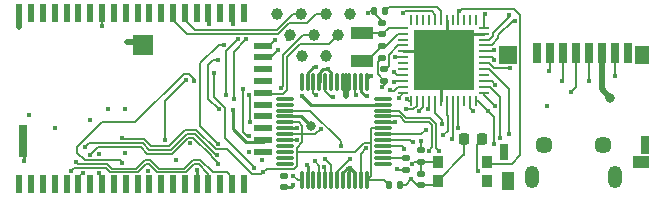
<source format=gbr>
%TF.GenerationSoftware,KiCad,Pcbnew,(6.0.0)*%
%TF.CreationDate,2022-04-23T18:16:10+01:00*%
%TF.ProjectId,pcb I,70636220-492e-46b6-9963-61645f706362,rev?*%
%TF.SameCoordinates,Original*%
%TF.FileFunction,Copper,L1,Top*%
%TF.FilePolarity,Positive*%
%FSLAX46Y46*%
G04 Gerber Fmt 4.6, Leading zero omitted, Abs format (unit mm)*
G04 Created by KiCad (PCBNEW (6.0.0)) date 2022-04-23 18:16:10*
%MOMM*%
%LPD*%
G01*
G04 APERTURE LIST*
G04 Aperture macros list*
%AMRoundRect*
0 Rectangle with rounded corners*
0 $1 Rounding radius*
0 $2 $3 $4 $5 $6 $7 $8 $9 X,Y pos of 4 corners*
0 Add a 4 corners polygon primitive as box body*
4,1,4,$2,$3,$4,$5,$6,$7,$8,$9,$2,$3,0*
0 Add four circle primitives for the rounded corners*
1,1,$1+$1,$2,$3*
1,1,$1+$1,$4,$5*
1,1,$1+$1,$6,$7*
1,1,$1+$1,$8,$9*
0 Add four rect primitives between the rounded corners*
20,1,$1+$1,$2,$3,$4,$5,0*
20,1,$1+$1,$4,$5,$6,$7,0*
20,1,$1+$1,$6,$7,$8,$9,0*
20,1,$1+$1,$8,$9,$2,$3,0*%
G04 Aperture macros list end*
%TA.AperFunction,SMDPad,CuDef*%
%ADD10RoundRect,0.135000X-0.185000X0.135000X-0.185000X-0.135000X0.185000X-0.135000X0.185000X0.135000X0*%
%TD*%
%TA.AperFunction,SMDPad,CuDef*%
%ADD11C,1.000000*%
%TD*%
%TA.AperFunction,SMDPad,CuDef*%
%ADD12RoundRect,0.140000X-0.170000X0.140000X-0.170000X-0.140000X0.170000X-0.140000X0.170000X0.140000X0*%
%TD*%
%TA.AperFunction,SMDPad,CuDef*%
%ADD13RoundRect,0.140000X-0.140000X-0.170000X0.140000X-0.170000X0.140000X0.170000X-0.140000X0.170000X0*%
%TD*%
%TA.AperFunction,SMDPad,CuDef*%
%ADD14R,0.600000X1.500000*%
%TD*%
%TA.AperFunction,SMDPad,CuDef*%
%ADD15R,1.500000X0.600000*%
%TD*%
%TA.AperFunction,SMDPad,CuDef*%
%ADD16R,0.760000X2.790000*%
%TD*%
%TA.AperFunction,SMDPad,CuDef*%
%ADD17R,1.780000X1.780000*%
%TD*%
%TA.AperFunction,SMDPad,CuDef*%
%ADD18R,0.700000X1.750000*%
%TD*%
%TA.AperFunction,SMDPad,CuDef*%
%ADD19R,1.450000X1.000000*%
%TD*%
%TA.AperFunction,SMDPad,CuDef*%
%ADD20R,1.000000X1.550000*%
%TD*%
%TA.AperFunction,SMDPad,CuDef*%
%ADD21R,0.800000X1.400000*%
%TD*%
%TA.AperFunction,SMDPad,CuDef*%
%ADD22R,1.500000X1.500000*%
%TD*%
%TA.AperFunction,SMDPad,CuDef*%
%ADD23R,1.300000X1.500000*%
%TD*%
%TA.AperFunction,SMDPad,CuDef*%
%ADD24R,0.800000X1.500000*%
%TD*%
%TA.AperFunction,SMDPad,CuDef*%
%ADD25R,0.900000X1.000000*%
%TD*%
%TA.AperFunction,SMDPad,CuDef*%
%ADD26RoundRect,0.140000X0.140000X0.170000X-0.140000X0.170000X-0.140000X-0.170000X0.140000X-0.170000X0*%
%TD*%
%TA.AperFunction,SMDPad,CuDef*%
%ADD27RoundRect,0.075000X-0.662500X-0.075000X0.662500X-0.075000X0.662500X0.075000X-0.662500X0.075000X0*%
%TD*%
%TA.AperFunction,SMDPad,CuDef*%
%ADD28RoundRect,0.075000X-0.075000X-0.662500X0.075000X-0.662500X0.075000X0.662500X-0.075000X0.662500X0*%
%TD*%
%TA.AperFunction,SMDPad,CuDef*%
%ADD29R,1.900000X1.100000*%
%TD*%
%TA.AperFunction,SMDPad,CuDef*%
%ADD30RoundRect,0.140000X0.170000X-0.140000X0.170000X0.140000X-0.170000X0.140000X-0.170000X-0.140000X0*%
%TD*%
%TA.AperFunction,SMDPad,CuDef*%
%ADD31RoundRect,0.218750X-0.218750X-0.256250X0.218750X-0.256250X0.218750X0.256250X-0.218750X0.256250X0*%
%TD*%
%TA.AperFunction,SMDPad,CuDef*%
%ADD32RoundRect,0.062500X-0.375000X-0.062500X0.375000X-0.062500X0.375000X0.062500X-0.375000X0.062500X0*%
%TD*%
%TA.AperFunction,SMDPad,CuDef*%
%ADD33RoundRect,0.062500X-0.062500X-0.375000X0.062500X-0.375000X0.062500X0.375000X-0.062500X0.375000X0*%
%TD*%
%TA.AperFunction,SMDPad,CuDef*%
%ADD34R,5.100000X5.100000*%
%TD*%
%TA.AperFunction,ComponentPad*%
%ADD35C,1.450000*%
%TD*%
%TA.AperFunction,ComponentPad*%
%ADD36O,1.200000X1.900000*%
%TD*%
%TA.AperFunction,ViaPad*%
%ADD37C,0.400000*%
%TD*%
%TA.AperFunction,ViaPad*%
%ADD38C,0.800000*%
%TD*%
%TA.AperFunction,Conductor*%
%ADD39C,0.127000*%
%TD*%
%TA.AperFunction,Conductor*%
%ADD40C,0.254000*%
%TD*%
%TA.AperFunction,Conductor*%
%ADD41C,0.508000*%
%TD*%
%TA.AperFunction,Conductor*%
%ADD42C,0.200000*%
%TD*%
G04 APERTURE END LIST*
D10*
%TO.P,R20,1,1*%
%TO.N,+3V3*%
X110075000Y-92315000D03*
%TO.P,R20,2,2*%
%TO.N,/~{RESET}*%
X110075000Y-93335000D03*
%TD*%
D11*
%TO.P,TP71,1,1*%
%TO.N,+3V3*%
X99000000Y-82600000D03*
%TD*%
%TO.P,TP32,1,1*%
%TO.N,/LED2*%
X100000000Y-84400000D03*
%TD*%
%TO.P,TP30,1,1*%
%TO.N,/PWR(MFB)*%
X103100000Y-82600000D03*
%TD*%
D12*
%TO.P,C76,1,1*%
%TO.N,/AREF*%
X107000000Y-85520000D03*
%TO.P,C76,2,2*%
%TO.N,GND*%
X107000000Y-86480000D03*
%TD*%
D11*
%TO.P,TP33,1,1*%
%TO.N,/DN*%
X99966666Y-80800000D03*
%TD*%
D12*
%TO.P,C13,1,1*%
%TO.N,Net-(C13-Pad1)*%
X106825000Y-83545000D03*
%TO.P,C13,2,2*%
%TO.N,GND*%
X106825000Y-84505000D03*
%TD*%
D13*
%TO.P,C75,1,1*%
%TO.N,+1V8*%
X107370000Y-95275000D03*
%TO.P,C75,2,2*%
%TO.N,GND*%
X108330000Y-95275000D03*
%TD*%
D11*
%TO.P,TP34,1,1*%
%TO.N,/DP*%
X102033332Y-80800000D03*
%TD*%
%TO.P,TP70,1,1*%
%TO.N,VBUS*%
X104100000Y-80800000D03*
%TD*%
D14*
%TO.P,U3,1,DR1*%
%TO.N,/DR1*%
X76100000Y-95250000D03*
%TO.P,U3,2,RFS1*%
%TO.N,/RFS1*%
X77100000Y-95250000D03*
%TO.P,U3,3,SCLK1*%
%TO.N,/SCLK1*%
X78100000Y-95250000D03*
%TO.P,U3,4,DT1*%
%TO.N,/DT1*%
X79100000Y-95250000D03*
%TO.P,U3,5,MCLK1*%
%TO.N,/MCLK1*%
X80100000Y-95250000D03*
%TO.P,U3,6,AOHPR*%
%TO.N,/AOHPR*%
X81100000Y-95250000D03*
%TO.P,U3,7,AOHPM*%
%TO.N,/AOHPM*%
X82100000Y-95250000D03*
%TO.P,U3,8,AOHPL*%
%TO.N,/AOHPL*%
X83100000Y-95250000D03*
%TO.P,U3,9,MICN2*%
%TO.N,/MICN2*%
X84100000Y-95250000D03*
%TO.P,U3,10,MICP2*%
%TO.N,/MICP2*%
X85100000Y-95250000D03*
%TO.P,U3,11,AIR*%
%TO.N,/AIR*%
X86100000Y-95250000D03*
%TO.P,U3,12,AIL*%
%TO.N,/AIL*%
X87100000Y-95250000D03*
%TO.P,U3,13,MICN1*%
%TO.N,/MICN1*%
X88100000Y-95250000D03*
%TO.P,U3,14,MICP1*%
%TO.N,/MICP1*%
X89100000Y-95250000D03*
%TO.P,U3,15,MICBIAS*%
%TO.N,/MICBIAS*%
X90100000Y-95250000D03*
%TO.P,U3,16,GND*%
%TO.N,GND*%
X91100000Y-95250000D03*
%TO.P,U3,17,DMIC1_CLK*%
%TO.N,/DMIC1_CLK*%
X92100000Y-95250000D03*
%TO.P,U3,18,DMIC1_R*%
%TO.N,/DMIC1_R*%
X93100000Y-95250000D03*
%TO.P,U3,19,DMIC1_L*%
%TO.N,/DMIC1_L*%
X94100000Y-95250000D03*
%TO.P,U3,20,P3_2*%
%TO.N,/P3_2*%
X95100000Y-95250000D03*
D15*
%TO.P,U3,21,P2_6*%
%TO.N,/P2_6*%
X96750000Y-92500000D03*
%TO.P,U3,22,ADAP_IN*%
%TO.N,VBUS*%
X96750000Y-91500000D03*
%TO.P,U3,23,BAT_IN*%
%TO.N,/BAT_IN*%
X96750000Y-90500000D03*
%TO.P,U3,24,SYS_PWR*%
%TO.N,/SYS_PWR*%
X96750000Y-89500000D03*
%TO.P,U3,25,VDD_IO*%
%TO.N,/VDD_IO*%
X96750000Y-88500000D03*
%TO.P,U3,26,PWR(MFB)*%
%TO.N,/PWR(MFB)*%
X96750000Y-87500000D03*
%TO.P,U3,27,SK1_AMB_DET*%
%TO.N,/SK1_AMB_DET*%
X96750000Y-86500000D03*
%TO.P,U3,28,SK2_KEY_AD*%
%TO.N,/SK2_KEY_AD*%
X96750000Y-85500000D03*
%TO.P,U3,29,P8_6/UART_RXD*%
%TO.N,/BM83_UART_RX*%
X96750000Y-84500000D03*
%TO.P,U3,30,P8_5/UART_TXD*%
%TO.N,/BM83_UART_TX*%
X96750000Y-83500000D03*
D14*
%TO.P,U3,31,P3_4/UART_RTS*%
%TO.N,/P3_4*%
X95100000Y-80750000D03*
%TO.P,U3,32,LED1*%
%TO.N,/LED1*%
X94100000Y-80750000D03*
%TO.P,U3,33,P0_2*%
%TO.N,/P0_2*%
X93100000Y-80750000D03*
%TO.P,U3,34,LED2*%
%TO.N,/LED2*%
X92100000Y-80750000D03*
%TO.P,U3,35,P0_6*%
%TO.N,/P0_6*%
X91100000Y-80750000D03*
%TO.P,U3,36,DM*%
%TO.N,/DN*%
X90100000Y-80750000D03*
%TO.P,U3,37,DP*%
%TO.N,/DP*%
X89100000Y-80750000D03*
%TO.P,U3,38,P0_3*%
%TO.N,/P0_3*%
X88100000Y-80750000D03*
%TO.P,U3,39,P2_7*%
%TO.N,/P2_7*%
X87100000Y-80750000D03*
%TO.P,U3,40,P0_5*%
%TO.N,/P0_5*%
X86100000Y-80750000D03*
%TO.P,U3,41,P1_6/PWM1*%
%TO.N,/P1_6*%
X85100000Y-80750000D03*
%TO.P,U3,42,P2_3*%
%TO.N,/P2_3*%
X84100000Y-80750000D03*
%TO.P,U3,43,RST_N*%
%TO.N,/~{RESET}*%
X83100000Y-80750000D03*
%TO.P,U3,44,P0_1*%
%TO.N,/P0_1*%
X82100000Y-80750000D03*
%TO.P,U3,45,P0_7*%
%TO.N,/P0_7*%
X81100000Y-80750000D03*
%TO.P,U3,46,P1_2/TDI_CPU/SDL*%
%TO.N,/P1_2*%
X80100000Y-80750000D03*
%TO.P,U3,47,P1_3/TCK_CPU/SDA*%
%TO.N,/P1_3*%
X79100000Y-80750000D03*
%TO.P,U3,48,P3_7/UART_CTS*%
%TO.N,/P3_7*%
X78100000Y-80750000D03*
%TO.P,U3,49,P0_0/UART_TX_IND*%
%TO.N,/P0_0*%
X77100000Y-80750000D03*
D16*
%TO.P,U3,50,GND*%
%TO.N,GND*%
X76420000Y-91540000D03*
D14*
X76100000Y-80750000D03*
D17*
X86530000Y-83480000D03*
%TD*%
D18*
%TO.P,CN20,1,DAT2*%
%TO.N,unconnected-(CN20-Pad1)*%
X119905000Y-84150000D03*
%TO.P,CN20,2,CS*%
%TO.N,/D5*%
X121005000Y-84150000D03*
%TO.P,CN20,3,DATA_IN*%
%TO.N,/MOSI*%
X122105000Y-84150000D03*
%TO.P,CN20,4,SD_VDD*%
%TO.N,+3.3VA*%
X123205000Y-84150000D03*
%TO.P,CN20,5,SCLK*%
%TO.N,/SCLK*%
X124305000Y-84150000D03*
%TO.P,CN20,6,GND@3*%
%TO.N,GND*%
X125405000Y-84150000D03*
%TO.P,CN20,7,DATA_OUT*%
%TO.N,/MISO*%
X126505000Y-84150000D03*
%TO.P,CN20,8,DAT1*%
%TO.N,unconnected-(CN20-Pad8)*%
X127605000Y-84150000D03*
D19*
%TO.P,CN20,9*%
%TO.N,N/C*%
X128730000Y-93375000D03*
D20*
%TO.P,CN20,10*%
X117505000Y-94950000D03*
D21*
%TO.P,CN20,11*%
X117105000Y-92525000D03*
D22*
X117455000Y-84275000D03*
D23*
X128805000Y-84275000D03*
D24*
X129055000Y-91875000D03*
%TD*%
D10*
%TO.P,R21,1,1*%
%TO.N,Net-(R21-Pad1)*%
X108800000Y-92990000D03*
%TO.P,R21,2,2*%
%TO.N,+3.3VA*%
X108800000Y-94010000D03*
%TD*%
D11*
%TO.P,TP31,1,1*%
%TO.N,/LED1*%
X102100000Y-84400000D03*
%TD*%
D25*
%TO.P,SW1,1,P*%
%TO.N,/~{RESET}*%
X111550000Y-93350000D03*
X115650000Y-93350000D03*
%TO.P,SW1,2,S*%
%TO.N,GND*%
X115650000Y-94950000D03*
X111550000Y-94950000D03*
%TD*%
D26*
%TO.P,C10,1,1*%
%TO.N,Net-(C10-Pad1)*%
X107080000Y-80575000D03*
%TO.P,C10,2,2*%
%TO.N,GND*%
X106120000Y-80575000D03*
%TD*%
D12*
%TO.P,C30,1,1*%
%TO.N,VBUS*%
X98500000Y-94520000D03*
%TO.P,C30,2,2*%
%TO.N,GND*%
X98500000Y-95480000D03*
%TD*%
D27*
%TO.P,U2,1,MIC_P/LINEIN*%
%TO.N,unconnected-(U2-Pad1)*%
X98587500Y-88000000D03*
%TO.P,U2,2,MIC_N*%
%TO.N,unconnected-(U2-Pad2)*%
X98587500Y-88500000D03*
%TO.P,U2,3,XRESET*%
%TO.N,/~{RESET}*%
X98587500Y-89000000D03*
%TO.P,U2,4,DGND@0*%
%TO.N,GND*%
X98587500Y-89500000D03*
%TO.P,U2,5,CVDD@0*%
%TO.N,+1V8*%
X98587500Y-90000000D03*
%TO.P,U2,6,IOVDD@0*%
%TO.N,+3.3VA*%
X98587500Y-90500000D03*
%TO.P,U2,7,CVDD@1*%
%TO.N,+1V8*%
X98587500Y-91000000D03*
%TO.P,U2,8,DREQ*%
%TO.N,/D9*%
X98587500Y-91500000D03*
%TO.P,U2,9,GPIO2/DCLK*%
%TO.N,unconnected-(U2-Pad9)*%
X98587500Y-92000000D03*
%TO.P,U2,10,GPIO3/SDATA*%
%TO.N,unconnected-(U2-Pad10)*%
X98587500Y-92500000D03*
%TO.P,U2,11,GPIO6/I2S_SCLK*%
%TO.N,unconnected-(U2-Pad11)*%
X98587500Y-93000000D03*
%TO.P,U2,12,GPIO7/I2S_SDATA*%
%TO.N,unconnected-(U2-Pad12)*%
X98587500Y-93500000D03*
D28*
%TO.P,U2,13,XDCS/BSYNC*%
%TO.N,/D10*%
X100000000Y-94912500D03*
%TO.P,U2,14,IOVDD@1*%
%TO.N,+3.3VA*%
X100500000Y-94912500D03*
%TO.P,U2,15,VCO*%
%TO.N,/CLKOUT*%
X101000000Y-94912500D03*
%TO.P,U2,16,DGND@1*%
%TO.N,GND*%
X101500000Y-94912500D03*
%TO.P,U2,17,XTALOUT*%
%TO.N,Net-(C22-Pad1)*%
X102000000Y-94912500D03*
%TO.P,U2,18,XTALIN*%
%TO.N,Net-(C23-Pad1)*%
X102500000Y-94912500D03*
%TO.P,U2,19,IOVDD@2*%
%TO.N,+3.3VA*%
X103000000Y-94912500D03*
%TO.P,U2,20,DGND@2*%
%TO.N,GND*%
X103500000Y-94912500D03*
%TO.P,U2,21,DGND@3*%
X104000000Y-94912500D03*
%TO.P,U2,22,DGND@4*%
X104500000Y-94912500D03*
%TO.P,U2,23,XCS*%
%TO.N,/D6*%
X105000000Y-94912500D03*
%TO.P,U2,24,CVDD@2*%
%TO.N,+1V8*%
X105500000Y-94912500D03*
D27*
%TO.P,U2,25,GPIO5/I2S_MCLK*%
%TO.N,unconnected-(U2-Pad25)*%
X106912500Y-93500000D03*
%TO.P,U2,26,RX*%
%TO.N,Net-(R21-Pad1)*%
X106912500Y-93000000D03*
%TO.P,U2,27,TX*%
%TO.N,unconnected-(U2-Pad27)*%
X106912500Y-92500000D03*
%TO.P,U2,28,SCLK*%
%TO.N,/SCLK*%
X106912500Y-92000000D03*
%TO.P,U2,29,SI*%
%TO.N,/MOSI*%
X106912500Y-91500000D03*
%TO.P,U2,30,SO*%
%TO.N,/MISO*%
X106912500Y-91000000D03*
%TO.P,U2,31,CVDD@3*%
%TO.N,+1V8*%
X106912500Y-90500000D03*
%TO.P,U2,32,XTEST*%
%TO.N,+3.3VA*%
X106912500Y-90000000D03*
%TO.P,U2,33,GPIO0*%
%TO.N,/GPIO0*%
X106912500Y-89500000D03*
%TO.P,U2,34,GPIO1*%
%TO.N,/GPIO1*%
X106912500Y-89000000D03*
%TO.P,U2,35,GND*%
%TO.N,GND*%
X106912500Y-88500000D03*
%TO.P,U2,36,GPIO4/I2S_LROUT*%
%TO.N,unconnected-(U2-Pad36)*%
X106912500Y-88000000D03*
D28*
%TO.P,U2,37,AGND@0*%
%TO.N,GNDA*%
X105500000Y-86587500D03*
%TO.P,U2,38,AVDD@0*%
%TO.N,VDDA*%
X105000000Y-86587500D03*
%TO.P,U2,39,RIGHT*%
%TO.N,/vs1053_RIGHT*%
X104500000Y-86587500D03*
%TO.P,U2,40,AGND@1*%
%TO.N,GNDA*%
X104000000Y-86587500D03*
%TO.P,U2,41,AGND@2*%
X103500000Y-86587500D03*
%TO.P,U2,42,GBUF*%
%TO.N,unconnected-(U2-Pad42)*%
X103000000Y-86587500D03*
%TO.P,U2,43,AVDD@1*%
%TO.N,VDDA*%
X102500000Y-86587500D03*
%TO.P,U2,44,RCAP*%
%TO.N,Net-(C20-Pad1)*%
X102000000Y-86587500D03*
%TO.P,U2,45,AVDD@2*%
%TO.N,VDDA*%
X101500000Y-86587500D03*
%TO.P,U2,46,LEFT*%
%TO.N,/vs1053_LEFT*%
X101000000Y-86587500D03*
%TO.P,U2,47,AGND@3*%
%TO.N,GNDA*%
X100500000Y-86587500D03*
%TO.P,U2,48,LINE2*%
%TO.N,unconnected-(U2-Pad48)*%
X100000000Y-86587500D03*
%TD*%
D29*
%TO.P,X10,P$1,P$1*%
%TO.N,Net-(C12-Pad1)*%
X105100000Y-82400000D03*
%TO.P,X10,P$2,P$2*%
%TO.N,Net-(C13-Pad1)*%
X105100000Y-84800000D03*
%TD*%
D11*
%TO.P,TP73,1,1*%
%TO.N,GND*%
X97900000Y-80800000D03*
%TD*%
D30*
%TO.P,C12,1,1*%
%TO.N,Net-(C12-Pad1)*%
X106825000Y-82530000D03*
%TO.P,C12,2,2*%
%TO.N,GND*%
X106825000Y-81570000D03*
%TD*%
D12*
%TO.P,C21,1,1*%
%TO.N,/~{RESET}*%
X110075000Y-94370000D03*
%TO.P,C21,2,2*%
%TO.N,GND*%
X110075000Y-95330000D03*
%TD*%
D31*
%TO.P,D10,1,C*%
%TO.N,GND*%
X113712500Y-91425000D03*
%TO.P,D10,2,A*%
%TO.N,Net-(D10-Pad2)*%
X115287500Y-91425000D03*
%TD*%
D11*
%TO.P,TP72,1,1*%
%TO.N,+1V8*%
X101050000Y-82600000D03*
%TD*%
D32*
%TO.P,U1,1,PA00/EINT0/SERCOM1.0*%
%TO.N,Net-(C12-Pad1)*%
X108587500Y-81987500D03*
%TO.P,U1,2,PA01/EINT1/SERCOM1.1*%
%TO.N,Net-(C13-Pad1)*%
X108587500Y-82487500D03*
%TO.P,U1,3,PA02/EINT2/AIN0/Y0/VOUT*%
%TO.N,/A0*%
X108587500Y-82987500D03*
%TO.P,U1,4,PA03/EINT3/VREFA/AIN1*%
%TO.N,/AREF*%
X108587500Y-83487500D03*
%TO.P,U1,5,GNDA*%
%TO.N,GND*%
X108587500Y-83987500D03*
%TO.P,U1,6,VDDA*%
%TO.N,+3V3*%
X108587500Y-84487500D03*
%TO.P,U1,7,PB08/I8/AIN2/SERCOM4.0*%
%TO.N,/A1*%
X108587500Y-84987500D03*
%TO.P,U1,8,PB09/I9/AIN3/SERCOM4.1*%
%TO.N,/A2*%
X108587500Y-85487500D03*
%TO.P,U1,9,PA04/EINT4/VREFB/AIN4/SERCOM0.0*%
%TO.N,/A3*%
X108587500Y-85987500D03*
%TO.P,U1,10,PA05/EINT5/AIN5/SERCOM0.1*%
%TO.N,/A4*%
X108587500Y-86487500D03*
%TO.P,U1,11,PA06/EINT6/AIN6/SERCOM0.2*%
%TO.N,/CHRG_STAT*%
X108587500Y-86987500D03*
%TO.P,U1,12,PA07/I7/AIN7/SERCOM0.3/I2SD0*%
%TO.N,/D9*%
X108587500Y-87487500D03*
D33*
%TO.P,U1,13,PA08/I2C/AIN16/SERCOM0+2.0/I2SD1*%
%TO.N,/D4*%
X109275000Y-88175000D03*
%TO.P,U1,14,PA09/I2C/I9/AIN17/SERCOM0+2.1/I2SMC*%
%TO.N,/D3*%
X109775000Y-88175000D03*
%TO.P,U1,15,PA10/I10/AIN18/SERCOM0+2.2/I2SCK*%
%TO.N,/BM83_UART_RX*%
X110275000Y-88175000D03*
%TO.P,U1,16,PA11/I11/AIN19/SERCOM0+2.3/I2SF0*%
%TO.N,/BM83_UART_TX*%
X110775000Y-88175000D03*
%TO.P,U1,17,VDDIO*%
%TO.N,+3V3*%
X111275000Y-88175000D03*
%TO.P,U1,18,GND*%
%TO.N,GND*%
X111775000Y-88175000D03*
%TO.P,U1,19,PB10/I10/SERCOM4.2/I2SMC*%
%TO.N,/MOSI*%
X112275000Y-88175000D03*
%TO.P,U1,20,PB11/I11/SERCOM4.3/I2SCL*%
%TO.N,/SCLK*%
X112775000Y-88175000D03*
%TO.P,U1,21,PA12/I12/I2C/SERCOM2+4.0*%
%TO.N,/MISO*%
X113275000Y-88175000D03*
%TO.P,U1,22,PA13/I13/I2C/SERCOM2+4.1*%
%TO.N,unconnected-(U1-Pad22)*%
X113775000Y-88175000D03*
%TO.P,U1,23,PA14/I14/SERCOM2+4.2*%
%TO.N,/D2*%
X114275000Y-88175000D03*
%TO.P,U1,24,PA15/I15/SERCOM3+4.3*%
%TO.N,/D5*%
X114775000Y-88175000D03*
D32*
%TO.P,U1,25,PA16/I2C/I0/SERCOM1+3.0*%
%TO.N,/D11*%
X115462500Y-87487500D03*
%TO.P,U1,26,PA17/I2C/I1/SERCOM1+3.1*%
%TO.N,/D13*%
X115462500Y-86987500D03*
%TO.P,U1,27,PA18/I2/SERCOM1+3.2*%
%TO.N,/D10*%
X115462500Y-86487500D03*
%TO.P,U1,28,PA19/I3/SERCOM1+3.3/I2SD0*%
%TO.N,/D12*%
X115462500Y-85987500D03*
%TO.P,U1,29,PA20/I4/SERCOM3+5.2/I2SSC*%
%TO.N,/D6*%
X115462500Y-85487500D03*
%TO.P,U1,30,PA21/I5/SERCOM3+5.3/I2SFS0*%
%TO.N,/D7*%
X115462500Y-84987500D03*
%TO.P,U1,31,PA22/I2C/I6/SERCOM3+5.0*%
%TO.N,/SDA*%
X115462500Y-84487500D03*
%TO.P,U1,32,PA23/I2C/I7/SERCOM3+5.1/SOF*%
%TO.N,/SCL*%
X115462500Y-83987500D03*
%TO.P,U1,33,PA24/I12/SERCOM3+5.2/D-*%
%TO.N,/D-*%
X115462500Y-83487500D03*
%TO.P,U1,34,PA25/I13/SERCOM3+5.3/D+*%
%TO.N,/D+*%
X115462500Y-82987500D03*
%TO.P,U1,35,GND*%
%TO.N,GND*%
X115462500Y-82487500D03*
%TO.P,U1,36,VDDIO*%
%TO.N,+3V3*%
X115462500Y-81987500D03*
D33*
%TO.P,U1,37,PB22/I6/SERCOM5.2*%
%TO.N,unconnected-(U1-Pad37)*%
X114775000Y-81300000D03*
%TO.P,U1,38,PB23/I7/SERCOM5.3*%
%TO.N,unconnected-(U1-Pad38)*%
X114275000Y-81300000D03*
%TO.P,U1,39,PA27/I15*%
%TO.N,unconnected-(U1-Pad39)*%
X113775000Y-81300000D03*
%TO.P,U1,40,/RESET*%
%TO.N,/~{RESET}*%
X113275000Y-81300000D03*
%TO.P,U1,41,PA28/I8*%
%TO.N,unconnected-(U1-Pad41)*%
X112775000Y-81300000D03*
%TO.P,U1,42,GND*%
%TO.N,GND*%
X112275000Y-81300000D03*
%TO.P,U1,43,VDDCORE*%
%TO.N,Net-(C10-Pad1)*%
X111775000Y-81300000D03*
%TO.P,U1,44,VDDIN*%
%TO.N,+3V3*%
X111275000Y-81300000D03*
%TO.P,U1,45,PA30/I10/SECOM1.2/SWCLK*%
%TO.N,/SWCLK*%
X110775000Y-81300000D03*
%TO.P,U1,46,PA31/I11/SECOM1.3/SWDIO*%
%TO.N,/SWDIO*%
X110275000Y-81300000D03*
%TO.P,U1,47,PB02/I2/AIN10/SERCOM5.0*%
%TO.N,/A5*%
X109775000Y-81300000D03*
%TO.P,U1,48,PB03/I3/AIN11/SERCOM5.1*%
%TO.N,unconnected-(U1-Pad48)*%
X109275000Y-81300000D03*
D34*
%TO.P,U1,49,GND*%
%TO.N,GND*%
X112025000Y-84737500D03*
%TD*%
D35*
%TO.P,CN70,6,GND*%
%TO.N,GND*%
X120500000Y-91900000D03*
D36*
X119500000Y-94600000D03*
D35*
X125500000Y-91900000D03*
D36*
X126500000Y-94600000D03*
%TD*%
D37*
%TO.N,GND*%
X79132003Y-90500000D03*
X101089163Y-93302621D03*
X105600000Y-80763000D03*
X76100000Y-81900000D03*
X85000000Y-92600000D03*
X110300000Y-86500000D03*
X104100000Y-93900000D03*
X76450000Y-93300000D03*
X85000000Y-88900000D03*
X91100000Y-94000000D03*
X100000000Y-87724500D03*
X113781250Y-82981250D03*
X120800000Y-88600000D03*
X106800000Y-87037011D03*
D38*
X100752637Y-90330920D03*
D37*
X110300000Y-83000000D03*
X109240000Y-94830000D03*
X82100000Y-89800000D03*
X113800000Y-86500000D03*
X85200000Y-83200000D03*
X97900000Y-80800000D03*
D38*
X126100000Y-87900000D03*
D37*
X90584423Y-91759073D03*
X99300000Y-95300000D03*
%TO.N,Net-(C20-Pad1)*%
X102645499Y-87839545D03*
%TO.N,GNDA*%
X103750000Y-87725000D03*
X95527595Y-92493646D03*
X105900000Y-86073989D03*
X101219399Y-85317553D03*
%TO.N,/~{RESET}*%
X83100000Y-81800000D03*
X113300000Y-80600000D03*
X109365892Y-93500017D03*
X103322740Y-91964840D03*
%TO.N,Net-(C22-Pad1)*%
X101900000Y-93800000D03*
%TO.N,Net-(C23-Pad1)*%
X101967561Y-93084032D03*
%TO.N,+3.3VA*%
X86980500Y-94100498D03*
X122785880Y-87463000D03*
X104100000Y-93100000D03*
X99600000Y-90500000D03*
X107900000Y-90000000D03*
X100419666Y-93619666D03*
X108100000Y-93973989D03*
%TO.N,+3V3*%
X111900000Y-90159700D03*
X98800000Y-82906060D03*
X110100000Y-91548711D03*
X76950000Y-89400000D03*
X107925000Y-84500000D03*
X89400000Y-93200000D03*
X108600000Y-80763000D03*
X82800000Y-92700000D03*
X83600000Y-88900000D03*
X96663104Y-93199565D03*
X115500000Y-80831011D03*
%TO.N,VDDA*%
X105500000Y-87800000D03*
X102226162Y-85475221D03*
%TO.N,VBUS*%
X104125000Y-80800000D03*
X94220000Y-88960000D03*
%TO.N,+1V8*%
X101600000Y-90530920D03*
X98254369Y-87090849D03*
X84800000Y-91310480D03*
X96710000Y-94230000D03*
%TO.N,/MISO*%
X110500931Y-90622700D03*
X113238000Y-90437000D03*
X126505000Y-86095000D03*
%TO.N,/SCLK*%
X124300000Y-86536480D03*
X108701608Y-92231489D03*
X112700000Y-91400000D03*
%TO.N,/MOSI*%
X109400931Y-91700931D03*
X122000000Y-86536480D03*
X112000000Y-91100000D03*
%TO.N,/D5*%
X116259517Y-91859517D03*
X120977967Y-85634958D03*
X115810862Y-89073480D03*
%TO.N,/D13*%
X116816826Y-91305571D03*
%TO.N,/GPIO1*%
X111600000Y-92400000D03*
%TO.N,/D6*%
X105437000Y-92200498D03*
X117529621Y-90979051D03*
%TO.N,/GPIO0*%
X110794500Y-92400000D03*
%TO.N,/SCL*%
X116303119Y-83906021D03*
%TO.N,/SDA*%
X116300000Y-84700000D03*
%TO.N,/D2*%
X94238503Y-88033989D03*
X114500000Y-89000000D03*
X95300000Y-82956604D03*
%TO.N,/CHRG_STAT*%
X92600000Y-85800000D03*
X95973500Y-93900000D03*
X107495210Y-87295210D03*
%TO.N,/A4*%
X90200000Y-86400000D03*
X88400500Y-91520949D03*
X107800000Y-86600000D03*
%TO.N,/vs1053_RIGHT*%
X95021962Y-87145007D03*
X104582417Y-87713502D03*
X95524234Y-91140347D03*
%TO.N,/vs1053_LEFT*%
X95584287Y-89963046D03*
X101219594Y-87718396D03*
X95500000Y-87700000D03*
%TO.N,/AOHPR*%
X81454173Y-94299989D03*
X81675919Y-92112023D03*
X92834598Y-92734598D03*
%TO.N,/AOHPL*%
X82100000Y-92720949D03*
X92900000Y-93500000D03*
X82800000Y-94300000D03*
%TO.N,/LED1*%
X94175000Y-81704084D03*
X102100000Y-84000000D03*
%TO.N,/LED2*%
X100000000Y-84400000D03*
X92150000Y-81704084D03*
%TO.N,/D9*%
X108200000Y-87900000D03*
X99600000Y-91500000D03*
%TO.N,/D4*%
X84800000Y-93400000D03*
X90900000Y-86500000D03*
X108900000Y-88012000D03*
%TO.N,/D3*%
X108826011Y-88900000D03*
%TO.N,/BM83_UART_RX*%
X109958987Y-89043649D03*
X98000000Y-83877880D03*
%TO.N,/BM83_UART_TX*%
X110726967Y-88828112D03*
X97700000Y-83000000D03*
%TO.N,/D11*%
X94600000Y-82956604D03*
X116353826Y-88600000D03*
X93569077Y-87716831D03*
%TO.N,/D10*%
X99290500Y-94500000D03*
X116400000Y-86800000D03*
%TO.N,/D7*%
X93461279Y-83440543D03*
X92900000Y-91808587D03*
X117600000Y-85424502D03*
%TO.N,/D-*%
X118033623Y-81407894D03*
%TO.N,/D+*%
X117538647Y-80912918D03*
%TO.N,/DMIC1_CLK*%
X80468494Y-94100000D03*
%TO.N,/DMIC1_L*%
X80931494Y-93373989D03*
%TO.N,Net-(D10-Pad2)*%
X114936180Y-94150000D03*
%TO.N,/A3*%
X93000000Y-88900000D03*
X92900000Y-84700000D03*
X107778315Y-85707885D03*
%TD*%
D39*
%TO.N,Net-(C10-Pad1)*%
X107391980Y-80263020D02*
X107080000Y-80575000D01*
X111135874Y-80263020D02*
X107391980Y-80263020D01*
X111775000Y-81300000D02*
X111775000Y-80575000D01*
X111775000Y-80575000D02*
X111463020Y-80263020D01*
X111463020Y-80263020D02*
X111063020Y-80263020D01*
%TO.N,GND*%
X105788000Y-80575000D02*
X105600000Y-80763000D01*
D40*
X103848540Y-93900000D02*
X104100000Y-93900000D01*
X115462500Y-82487500D02*
X114275000Y-82487500D01*
D41*
X86530000Y-83230000D02*
X85230000Y-83230000D01*
X76100000Y-80500000D02*
X76100000Y-81900000D01*
D39*
X106120000Y-80745000D02*
X106450000Y-81075000D01*
X101436989Y-94849489D02*
X101436989Y-93650447D01*
D40*
X103500000Y-94248540D02*
X103848540Y-93900000D01*
X76450000Y-91320000D02*
X76420000Y-91290000D01*
D39*
X107075000Y-86480000D02*
X107075000Y-86762011D01*
X106426980Y-84903020D02*
X106426980Y-85906980D01*
X110075000Y-95330000D02*
X109740000Y-95330000D01*
D40*
X98587500Y-89500000D02*
X99921717Y-89500000D01*
D41*
X125405000Y-85405000D02*
X125405000Y-87205000D01*
D40*
X104500000Y-94912500D02*
X104500000Y-94300000D01*
D39*
X111550000Y-94950000D02*
X113700000Y-92800000D01*
D40*
X104500000Y-94300000D02*
X104100000Y-93900000D01*
X104000000Y-94912500D02*
X104000000Y-94000000D01*
X111775000Y-88175000D02*
X111775000Y-84987500D01*
X103500000Y-94912500D02*
X103500000Y-94248540D01*
D41*
X85230000Y-83230000D02*
X85200000Y-83200000D01*
D39*
X113712500Y-92787500D02*
X113712500Y-91425000D01*
D40*
X91100000Y-95500000D02*
X91100000Y-94000000D01*
X114275000Y-82487500D02*
X113781250Y-82981250D01*
X98500000Y-95480000D02*
X99120000Y-95480000D01*
X99921717Y-89500000D02*
X100752637Y-90330920D01*
D41*
X125405000Y-87205000D02*
X126100000Y-87900000D01*
D39*
X109740000Y-95330000D02*
X109240000Y-94830000D01*
X107075000Y-86762011D02*
X106800000Y-87037011D01*
D40*
X113781250Y-82981250D02*
X112025000Y-84737500D01*
X112275000Y-81300000D02*
X112275000Y-84487500D01*
X104000000Y-94000000D02*
X104100000Y-93900000D01*
D39*
X101436989Y-93650447D02*
X101089163Y-93302621D01*
D40*
X108587500Y-83987500D02*
X111275000Y-83987500D01*
D39*
X106120000Y-80575000D02*
X106120000Y-80745000D01*
D40*
X112275000Y-84487500D02*
X112025000Y-84737500D01*
X99120000Y-95480000D02*
X99300000Y-95300000D01*
X76450000Y-93300000D02*
X76450000Y-91320000D01*
D39*
X111170000Y-95330000D02*
X111550000Y-94950000D01*
X108330000Y-95275000D02*
X108795000Y-95275000D01*
X101500000Y-94912500D02*
X101436989Y-94849489D01*
D40*
X102583557Y-88500000D02*
X100775500Y-88500000D01*
D39*
X106825000Y-81450000D02*
X106450000Y-81075000D01*
D40*
X111775000Y-84987500D02*
X112025000Y-84737500D01*
X102583557Y-88500000D02*
X106912500Y-88500000D01*
D39*
X107075000Y-86480000D02*
X106980000Y-86480000D01*
X113700000Y-92800000D02*
X113712500Y-92787500D01*
X106825000Y-81570000D02*
X106825000Y-81450000D01*
X108795000Y-95275000D02*
X109240000Y-94830000D01*
D40*
X100775500Y-88500000D02*
X100000000Y-87724500D01*
D39*
X110075000Y-95330000D02*
X111170000Y-95330000D01*
X106120000Y-80575000D02*
X105788000Y-80575000D01*
D41*
X125405000Y-84150000D02*
X125405000Y-85405000D01*
D40*
X111275000Y-83987500D02*
X112025000Y-84737500D01*
D39*
X106825000Y-84505000D02*
X106426980Y-84903020D01*
X106426980Y-85906980D02*
X107000000Y-86480000D01*
%TO.N,Net-(C12-Pad1)*%
X106695000Y-82400000D02*
X105100000Y-82400000D01*
X107367500Y-81987500D02*
X106825000Y-82530000D01*
X108587500Y-81987500D02*
X107367500Y-81987500D01*
X106825000Y-82530000D02*
X106695000Y-82400000D01*
%TO.N,Net-(C13-Pad1)*%
X106825000Y-83545000D02*
X107130000Y-83545000D01*
X108187500Y-82487500D02*
X108587500Y-82487500D01*
X107130000Y-83545000D02*
X108187500Y-82487500D01*
X105570000Y-84800000D02*
X106825000Y-83545000D01*
X105100000Y-84800000D02*
X105570000Y-84800000D01*
%TO.N,Net-(C20-Pad1)*%
X102000000Y-87381994D02*
X102457551Y-87839545D01*
X102457551Y-87839545D02*
X102645499Y-87839545D01*
X102000000Y-87381994D02*
X102000000Y-86587500D01*
D40*
%TO.N,GNDA*%
X100500000Y-85782165D02*
X100964612Y-85317553D01*
X100964612Y-85317553D02*
X101219399Y-85317553D01*
X100500000Y-86587500D02*
X100500000Y-85782165D01*
D39*
X105500000Y-86587500D02*
X105500000Y-86473989D01*
X105500000Y-86473989D02*
X105900000Y-86073989D01*
D41*
X103750000Y-87725000D02*
X103750000Y-86075000D01*
D39*
%TO.N,/~{RESET}*%
X118496634Y-92759388D02*
X117768011Y-93488011D01*
X117768011Y-93488011D02*
X115788011Y-93488011D01*
X109530909Y-93335000D02*
X109365892Y-93500017D01*
X113531989Y-80368011D02*
X117968011Y-80368011D01*
X113275000Y-80625000D02*
X113300000Y-80600000D01*
X115788011Y-93488011D02*
X115650000Y-93350000D01*
X110075000Y-94370000D02*
X110075000Y-93335000D01*
X110075000Y-93335000D02*
X110090000Y-93350000D01*
X113300000Y-80600000D02*
X113531989Y-80368011D01*
X103322740Y-91964840D02*
X103322740Y-91598862D01*
X118496634Y-80896634D02*
X118496634Y-92759388D01*
X117968011Y-80368011D02*
X118496634Y-80896634D01*
X103322740Y-91598862D02*
X100723878Y-89000000D01*
X100723878Y-89000000D02*
X98587500Y-89000000D01*
X113275000Y-81300000D02*
X113275000Y-80625000D01*
X110090000Y-93350000D02*
X111550000Y-93350000D01*
X83100000Y-80500000D02*
X83100000Y-81800000D01*
X110075000Y-93335000D02*
X109530909Y-93335000D01*
%TO.N,Net-(C22-Pad1)*%
X102000000Y-94912500D02*
X102000000Y-93900000D01*
X102000000Y-93900000D02*
X101900000Y-93800000D01*
%TO.N,Net-(C23-Pad1)*%
X102500000Y-93616471D02*
X101967561Y-93084032D01*
X102500000Y-94912500D02*
X102500000Y-93616471D01*
%TO.N,+3.3VA*%
X123205000Y-84150000D02*
X123205000Y-87043880D01*
X108136011Y-94010000D02*
X108100000Y-93973989D01*
X103000000Y-94196968D02*
X104096968Y-93100000D01*
D40*
X100500000Y-93700000D02*
X100419666Y-93619666D01*
X98587500Y-90500000D02*
X99600000Y-90500000D01*
X107900000Y-90000000D02*
X106912500Y-90000000D01*
D39*
X104096968Y-93100000D02*
X104100000Y-93100000D01*
X108800000Y-94010000D02*
X108136011Y-94010000D01*
X103000000Y-94912500D02*
X103000000Y-94196968D01*
X123205000Y-87043880D02*
X122785880Y-87463000D01*
D40*
X100500000Y-94912500D02*
X100500000Y-93700000D01*
D39*
%TO.N,+3V3*%
X109000520Y-80599480D02*
X108922085Y-80599480D01*
X115462500Y-80868511D02*
X115500000Y-80831011D01*
X111275000Y-89175000D02*
X111900000Y-89800000D01*
X110075000Y-92315000D02*
X110075000Y-91573711D01*
X107937500Y-84487500D02*
X107925000Y-84500000D01*
X111275000Y-81300000D02*
X111275000Y-80875000D01*
X108587500Y-84487500D02*
X107937500Y-84487500D01*
X115462500Y-81987500D02*
X115462500Y-80868511D01*
X108922085Y-80599480D02*
X108900520Y-80599480D01*
X108763520Y-80599480D02*
X108600000Y-80763000D01*
X99000000Y-82600000D02*
X99000000Y-82706060D01*
X111275000Y-80875000D02*
X110999480Y-80599480D01*
X99000000Y-82706060D02*
X98800000Y-82906060D01*
X110075000Y-91573711D02*
X110100000Y-91548711D01*
X110999480Y-80599480D02*
X109000520Y-80599480D01*
X111900000Y-89800000D02*
X111900000Y-90159700D01*
X108900520Y-80599480D02*
X108763520Y-80599480D01*
X111275000Y-88175000D02*
X111275000Y-89175000D01*
D40*
%TO.N,VDDA*%
X101523480Y-85758685D02*
X101782165Y-85500000D01*
X102217835Y-85500000D02*
X102217835Y-85483548D01*
X102217835Y-85483548D02*
X102226162Y-85475221D01*
X101512500Y-86587500D02*
X101523480Y-86576520D01*
X105407165Y-87800000D02*
X105000000Y-87392835D01*
X101523480Y-86576520D02*
X101523480Y-85758685D01*
X101500000Y-86587500D02*
X101512500Y-86587500D01*
X102217835Y-85500000D02*
X102500000Y-85782165D01*
X101782165Y-85500000D02*
X102217835Y-85500000D01*
X102500000Y-85782165D02*
X102500000Y-86587500D01*
X105000000Y-87392835D02*
X105000000Y-86587500D01*
X105500000Y-87800000D02*
X105407165Y-87800000D01*
%TO.N,VBUS*%
X96833142Y-91666858D02*
X95256858Y-91666858D01*
X94170000Y-89010000D02*
X94220000Y-88960000D01*
X95256858Y-91666858D02*
X94170000Y-90580000D01*
X94170000Y-90580000D02*
X94170000Y-89010000D01*
D39*
%TO.N,+1V8*%
X84936480Y-91446960D02*
X86670498Y-91446960D01*
X99588020Y-92488020D02*
X104494680Y-92488020D01*
X101050000Y-82600000D02*
X100100000Y-82600000D01*
X97026980Y-93913020D02*
X96710000Y-94230000D01*
X101136989Y-90993931D02*
X101600000Y-90530920D01*
X86670498Y-91446960D02*
X87207499Y-91983960D01*
X100000000Y-91000000D02*
X100063011Y-91063011D01*
X104494680Y-92488020D02*
X105245213Y-91737487D01*
X93690289Y-92271587D02*
X95818702Y-94400000D01*
X87207499Y-91983960D02*
X88781200Y-91983960D01*
X93690278Y-92271598D02*
X93690289Y-92271587D01*
X100063011Y-90936989D02*
X100063011Y-91063011D01*
X99390012Y-93913020D02*
X97026980Y-93913020D01*
X105500000Y-94912500D02*
X105900000Y-94512500D01*
X100063011Y-91691787D02*
X99588020Y-92166778D01*
X96540000Y-94400000D02*
X96710000Y-94230000D01*
X99754798Y-90000000D02*
X100063011Y-90308213D01*
X106912500Y-90500000D02*
X105900000Y-90500000D01*
X91079635Y-90643022D02*
X92708213Y-92271598D01*
X107007500Y-94912500D02*
X107370000Y-95275000D01*
X88781200Y-91983960D02*
X90122138Y-90643022D01*
X99588020Y-92488020D02*
X99588020Y-92166778D01*
X105837487Y-91737487D02*
X105900000Y-91800000D01*
X84800000Y-91310480D02*
X84936480Y-91446960D01*
X100119953Y-90993931D02*
X101136989Y-90993931D01*
X100063011Y-90308213D02*
X100063011Y-90936989D01*
X90122138Y-90643022D02*
X91079635Y-90643022D01*
X98400000Y-86945218D02*
X98254369Y-87090849D01*
X98587500Y-90000000D02*
X99754798Y-90000000D01*
X99390012Y-93913020D02*
X99588020Y-93715012D01*
X98587500Y-91000000D02*
X100000000Y-91000000D01*
X100063011Y-90936989D02*
X100119953Y-90993931D01*
X105500000Y-94912500D02*
X107007500Y-94912500D01*
X100100000Y-82600000D02*
X98400000Y-84300000D01*
X105900000Y-91800000D02*
X105900000Y-90500000D01*
X105900000Y-94512500D02*
X105900000Y-91800000D01*
X95818702Y-94400000D02*
X96540000Y-94400000D01*
X100063011Y-91063011D02*
X100063011Y-91691787D01*
X92708213Y-92271598D02*
X93690278Y-92271598D01*
X99588020Y-93715012D02*
X99588020Y-92488020D01*
X105245213Y-91737487D02*
X105837487Y-91737487D01*
X98400000Y-84300000D02*
X98400000Y-86945218D01*
%TO.N,/AREF*%
X107398020Y-84279126D02*
X108189646Y-83487500D01*
X108189646Y-83487500D02*
X108587500Y-83487500D01*
X107398020Y-85196980D02*
X107398020Y-84279126D01*
X107075000Y-85520000D02*
X107398020Y-85196980D01*
%TO.N,/MISO*%
X110123631Y-91000000D02*
X110500931Y-90622700D01*
X126505000Y-84150000D02*
X126505000Y-86095000D01*
X106912500Y-91000000D02*
X110123631Y-91000000D01*
X113275000Y-88175000D02*
X113275000Y-90400000D01*
X113275000Y-90400000D02*
X113238000Y-90437000D01*
%TO.N,/SCLK*%
X124305000Y-86531480D02*
X124305000Y-84150000D01*
X112775000Y-91325000D02*
X112775000Y-88175000D01*
X112700000Y-91400000D02*
X112775000Y-91325000D01*
X106912500Y-92000000D02*
X108470119Y-92000000D01*
X124300000Y-86536480D02*
X124305000Y-86531480D01*
X108470119Y-92000000D02*
X108701608Y-92231489D01*
%TO.N,/MOSI*%
X106912500Y-91500000D02*
X109200000Y-91500000D01*
X109200000Y-91500000D02*
X109400931Y-91700931D01*
X122105000Y-86431480D02*
X122000000Y-86536480D01*
X112275000Y-89375000D02*
X112400000Y-89500000D01*
X112400000Y-90700000D02*
X112400000Y-89500000D01*
X112000000Y-91100000D02*
X112400000Y-90700000D01*
X112275000Y-88175000D02*
X112275000Y-89375000D01*
X122105000Y-84150000D02*
X122105000Y-86431480D01*
%TO.N,/D5*%
X121005000Y-85607925D02*
X121005000Y-84150000D01*
X114775000Y-88175000D02*
X114912382Y-88175000D01*
X114912382Y-88175000D02*
X115810862Y-89073480D01*
X120977967Y-85634958D02*
X121005000Y-85607925D01*
X116259517Y-89522135D02*
X116259517Y-91859517D01*
X115810862Y-89073480D02*
X116259517Y-89522135D01*
%TO.N,/D13*%
X116816826Y-87871624D02*
X116816826Y-91305571D01*
X115462500Y-86987500D02*
X115932702Y-86987500D01*
X115932702Y-86987500D02*
X116816826Y-87871624D01*
%TO.N,/GPIO1*%
X111400000Y-90100000D02*
X110900000Y-89600000D01*
X108871213Y-89600000D02*
X110900000Y-89600000D01*
X108871213Y-89600000D02*
X108271213Y-89000000D01*
X111400000Y-92200000D02*
X111600000Y-92400000D01*
X108271213Y-89000000D02*
X106912500Y-89000000D01*
X111400000Y-90100000D02*
X111400000Y-92200000D01*
%TO.N,/D6*%
X105000000Y-92637000D02*
X105000498Y-92637000D01*
X105000000Y-94912500D02*
X105000000Y-92637000D01*
X105000498Y-92637000D02*
X105437000Y-92200498D01*
X117529621Y-90979051D02*
X117529621Y-87229621D01*
X117529621Y-87156767D02*
X117529621Y-87229621D01*
X115462500Y-85487500D02*
X115860354Y-85487500D01*
X115860354Y-85487500D02*
X117529621Y-87156767D01*
%TO.N,/GPIO0*%
X110800000Y-92395700D02*
X111073480Y-92122220D01*
X111073480Y-90235250D02*
X110764750Y-89926520D01*
X111073480Y-92122220D02*
X111073480Y-90235250D01*
X110764750Y-89926520D02*
X108735964Y-89926520D01*
X110800000Y-92400000D02*
X110800000Y-92395700D01*
X108735964Y-89926520D02*
X108309443Y-89500000D01*
X108309443Y-89500000D02*
X106912500Y-89500000D01*
X110794500Y-92400000D02*
X110800000Y-92400000D01*
%TO.N,Net-(R21-Pad1)*%
X106922500Y-92990000D02*
X106912500Y-93000000D01*
X108800000Y-92990000D02*
X106922500Y-92990000D01*
%TO.N,/SCL*%
X115462500Y-83987500D02*
X116221640Y-83987500D01*
X116221640Y-83987500D02*
X116303119Y-83906021D01*
%TO.N,/SDA*%
X116087500Y-84487500D02*
X116300000Y-84700000D01*
X115462500Y-84487500D02*
X116087500Y-84487500D01*
%TO.N,/D2*%
X95300000Y-82956604D02*
X94238503Y-84018101D01*
X114275000Y-88775000D02*
X114500000Y-89000000D01*
X94238503Y-84018101D02*
X94238503Y-88033989D01*
X114275000Y-88175000D02*
X114275000Y-88775000D01*
%TO.N,/CHRG_STAT*%
X93500000Y-88745202D02*
X92563000Y-87808202D01*
X108587500Y-86987500D02*
X108189646Y-86987500D01*
X107577146Y-87377146D02*
X107495210Y-87295210D01*
X95973500Y-93773500D02*
X93500000Y-91300000D01*
X92563000Y-85837000D02*
X92600000Y-85800000D01*
X93500000Y-91300000D02*
X93500000Y-88745202D01*
X95973500Y-93900000D02*
X95973500Y-93773500D01*
X107800000Y-87377146D02*
X107577146Y-87377146D01*
X108189646Y-86987500D02*
X107800000Y-87377146D01*
X92563000Y-87808202D02*
X92563000Y-85837000D01*
%TO.N,/A4*%
X108587500Y-86487500D02*
X107912500Y-86487500D01*
X107912500Y-86487500D02*
X107800000Y-86600000D01*
X88400500Y-88199500D02*
X90200000Y-86400000D01*
X88400500Y-91520949D02*
X88400500Y-88199500D01*
%TO.N,/vs1053_RIGHT*%
X104500000Y-87631085D02*
X104582417Y-87713502D01*
X95340347Y-91140347D02*
X95524234Y-91140347D01*
X95036989Y-90836989D02*
X95036989Y-87160034D01*
X104500000Y-86587500D02*
X104500000Y-87631085D01*
X95036989Y-87160034D02*
X95021962Y-87145007D01*
X95036989Y-90836989D02*
X95340347Y-91140347D01*
%TO.N,/vs1053_LEFT*%
X95584287Y-89963046D02*
X95584287Y-87784287D01*
X101000000Y-86587500D02*
X101000000Y-87498802D01*
X95584287Y-87784287D02*
X95500000Y-87700000D01*
X101000000Y-87498802D02*
X101219594Y-87718396D01*
%TO.N,/AOHPR*%
X92709443Y-92734598D02*
X90944386Y-90969542D01*
X87072250Y-92310480D02*
X86535249Y-91773480D01*
X90257387Y-90969542D02*
X88916449Y-92310480D01*
X90944386Y-90969542D02*
X90257387Y-90969542D01*
X86535249Y-91773480D02*
X82014462Y-91773480D01*
X82014462Y-91773480D02*
X81675919Y-92112023D01*
X81100000Y-95500000D02*
X81100000Y-94654162D01*
X92834598Y-92734598D02*
X92709443Y-92734598D01*
X88916449Y-92310480D02*
X87072250Y-92310480D01*
X81100000Y-94654162D02*
X81454173Y-94299989D01*
%TO.N,/AOHPL*%
X92900000Y-93500000D02*
X92900000Y-93454798D01*
X92900000Y-93454798D02*
X92371587Y-92926385D01*
X83100000Y-95500000D02*
X83100000Y-94700000D01*
X90809137Y-91296062D02*
X90392636Y-91296062D01*
X89051698Y-92637000D02*
X86937000Y-92637000D01*
X90392636Y-91296062D02*
X89051698Y-92637000D01*
X82720949Y-92100000D02*
X82100000Y-92720949D01*
X92371587Y-92858512D02*
X90809137Y-91296062D01*
X83100000Y-94600000D02*
X82800000Y-94300000D01*
X83100000Y-95500000D02*
X83100000Y-94600000D01*
X86937000Y-92637000D02*
X86400000Y-92100000D01*
X86400000Y-92100000D02*
X82720949Y-92100000D01*
X92371587Y-92926385D02*
X92371587Y-92858512D01*
%TO.N,/PWR(MFB)*%
X98726520Y-87273480D02*
X98726520Y-84473480D01*
X98726520Y-84473480D02*
X99836989Y-83363011D01*
X99836989Y-83363011D02*
X102336989Y-83363011D01*
X98413020Y-87586980D02*
X98726520Y-87273480D01*
X97000000Y-87500000D02*
X97086980Y-87586980D01*
X97086980Y-87586980D02*
X98413020Y-87586980D01*
X102336989Y-83363011D02*
X103100000Y-82600000D01*
%TO.N,/LED1*%
X94100000Y-81629084D02*
X94175000Y-81704084D01*
X94100000Y-80500000D02*
X94100000Y-81629084D01*
X102100000Y-84400000D02*
X102100000Y-84000000D01*
%TO.N,/LED2*%
X92100000Y-80500000D02*
X92100000Y-81654084D01*
X92100000Y-81654084D02*
X92150000Y-81704084D01*
%TO.N,/DN*%
X99259168Y-80800000D02*
X97892084Y-82167084D01*
X99966666Y-80800000D02*
X99259168Y-80800000D01*
X90941062Y-82167084D02*
X90100000Y-81326022D01*
X90100000Y-81326022D02*
X90100000Y-80500000D01*
X97892084Y-82167084D02*
X90941062Y-82167084D01*
%TO.N,/DP*%
X98027334Y-82493604D02*
X98957927Y-81563011D01*
X100411989Y-81563011D02*
X101175000Y-80800000D01*
X89100000Y-81326022D02*
X90267582Y-82493604D01*
X89100000Y-80500000D02*
X89100000Y-81326022D01*
X90267582Y-82493604D02*
X98027334Y-82493604D01*
X101175000Y-80800000D02*
X102033332Y-80800000D01*
X98957927Y-81563011D02*
X100411989Y-81563011D01*
%TO.N,/D9*%
X108587500Y-87512500D02*
X108200000Y-87900000D01*
X108587500Y-87487500D02*
X108587500Y-87512500D01*
X98587500Y-91500000D02*
X99600000Y-91500000D01*
X108600000Y-87500000D02*
X108587500Y-87487500D01*
%TO.N,/D4*%
X84583949Y-93183949D02*
X84583938Y-93183960D01*
X90900000Y-86300000D02*
X90900000Y-86500000D01*
X90500000Y-85900000D02*
X90900000Y-86300000D01*
X83100000Y-90000000D02*
X85900000Y-90000000D01*
X84583938Y-93183960D02*
X81633960Y-93183960D01*
X81000000Y-92550000D02*
X81000000Y-92100000D01*
X81633960Y-93183960D02*
X81000000Y-92550000D01*
X109063000Y-88175000D02*
X108900000Y-88012000D01*
X84800000Y-93400000D02*
X84583949Y-93183949D01*
X81000000Y-92100000D02*
X83100000Y-90000000D01*
X90000000Y-85900000D02*
X90500000Y-85900000D01*
X109275000Y-88175000D02*
X109063000Y-88175000D01*
X85900000Y-90000000D02*
X90000000Y-85900000D01*
%TO.N,/D3*%
X109775000Y-88572854D02*
X109775000Y-88175000D01*
X108826011Y-88900000D02*
X109447854Y-88900000D01*
X109447854Y-88900000D02*
X109775000Y-88572854D01*
%TO.N,/BM83_UART_RX*%
X97000000Y-84500000D02*
X97377880Y-84500000D01*
X97377880Y-84500000D02*
X98000000Y-83877880D01*
X110275000Y-88175000D02*
X110275000Y-88727636D01*
X110275000Y-88727636D02*
X109958987Y-89043649D01*
%TO.N,/BM83_UART_TX*%
X97200000Y-83500000D02*
X97700000Y-83000000D01*
X110775000Y-88175000D02*
X110775000Y-88780079D01*
X110775000Y-88780079D02*
X110726967Y-88828112D01*
X97000000Y-83500000D02*
X97200000Y-83500000D01*
%TO.N,/D11*%
X115462500Y-87708674D02*
X116353826Y-88600000D01*
X93569077Y-83987527D02*
X94600000Y-82956604D01*
X93569077Y-87716831D02*
X93569077Y-83987527D01*
X115462500Y-87487500D02*
X115462500Y-87708674D01*
%TO.N,/D10*%
X116087500Y-86487500D02*
X116400000Y-86800000D01*
X115462500Y-86487500D02*
X116087500Y-86487500D01*
X100000000Y-94912500D02*
X99703000Y-94912500D01*
X99703000Y-94912500D02*
X99290500Y-94500000D01*
%TO.N,/D7*%
X91400000Y-85000000D02*
X92959457Y-83440543D01*
X115462500Y-84987500D02*
X115860354Y-84987500D01*
X115860354Y-84987500D02*
X116286427Y-85413573D01*
X92900000Y-91808587D02*
X91400000Y-90308587D01*
X92959457Y-83440543D02*
X93461279Y-83440543D01*
X116297356Y-85424502D02*
X116286427Y-85413573D01*
X117600000Y-85424502D02*
X116297356Y-85424502D01*
X91400000Y-90308587D02*
X91400000Y-85000000D01*
D42*
%TO.N,/D-*%
X117856846Y-81407894D02*
X118033623Y-81407894D01*
X116649511Y-82886345D02*
X116649511Y-82615229D01*
X115462500Y-83487500D02*
X115487499Y-83462501D01*
X116649511Y-82615229D02*
X117856846Y-81407894D01*
X115487499Y-83462501D02*
X116073356Y-83462501D01*
X116073356Y-83462501D02*
X116649511Y-82886345D01*
%TO.N,/D+*%
X115487499Y-83012499D02*
X115886974Y-83012499D01*
X116199520Y-82699953D02*
X116199520Y-82428822D01*
X117538647Y-81089695D02*
X117538647Y-80912918D01*
X115886974Y-83012499D02*
X116199520Y-82699953D01*
X115462500Y-82987500D02*
X115487499Y-83012499D01*
X116199520Y-82428822D02*
X117538647Y-81089695D01*
D39*
%TO.N,/DMIC1_CLK*%
X91291787Y-93536989D02*
X90908213Y-93536989D01*
X90208213Y-94236989D02*
X87771789Y-94236989D01*
X86136989Y-94236989D02*
X83800000Y-94236989D01*
X83800000Y-94236989D02*
X83400000Y-93836989D01*
X80731505Y-93836989D02*
X80468494Y-94100000D01*
X90908213Y-93536989D02*
X90208213Y-94236989D01*
X80731505Y-93836989D02*
X83400000Y-93836989D01*
X87071789Y-93536989D02*
X86836989Y-93536989D01*
X92100000Y-94345202D02*
X91291787Y-93536989D01*
X92100000Y-95500000D02*
X92100000Y-94345202D01*
X86836989Y-93536989D02*
X86136989Y-94236989D01*
X87771789Y-94236989D02*
X87071789Y-93536989D01*
%TO.N,/DMIC1_L*%
X91427036Y-93210469D02*
X90772963Y-93210469D01*
X86001739Y-93910469D02*
X83935250Y-93910469D01*
X92453557Y-94236989D02*
X91427036Y-93210469D01*
X93663011Y-94236989D02*
X92453557Y-94236989D01*
X90772963Y-93210469D02*
X90072963Y-93910469D01*
X90072963Y-93910469D02*
X87907039Y-93910469D01*
X87907039Y-93910469D02*
X87196569Y-93200000D01*
X94100000Y-94673978D02*
X93663011Y-94236989D01*
X83935250Y-93910469D02*
X83535249Y-93510469D01*
X87196569Y-93200000D02*
X86712208Y-93200000D01*
X81067974Y-93510469D02*
X80931494Y-93373989D01*
X83535249Y-93510469D02*
X81067974Y-93510469D01*
X86712208Y-93200000D02*
X86001739Y-93910469D01*
X94100000Y-95500000D02*
X94100000Y-94673978D01*
%TO.N,Net-(D10-Pad2)*%
X114820000Y-91892500D02*
X115287500Y-91425000D01*
X114936180Y-94143820D02*
X114820000Y-94027640D01*
X114820000Y-94027640D02*
X114820000Y-91892500D01*
X114936180Y-94150000D02*
X114936180Y-94143820D01*
%TO.N,/A3*%
X92530400Y-84700000D02*
X92100000Y-85130400D01*
X92100000Y-85130400D02*
X92100000Y-88000000D01*
X92100000Y-88000000D02*
X93000000Y-88900000D01*
X108587500Y-85987500D02*
X108057930Y-85987500D01*
X108057930Y-85987500D02*
X107778315Y-85707885D01*
X92900000Y-84700000D02*
X92530400Y-84700000D01*
%TD*%
M02*

</source>
